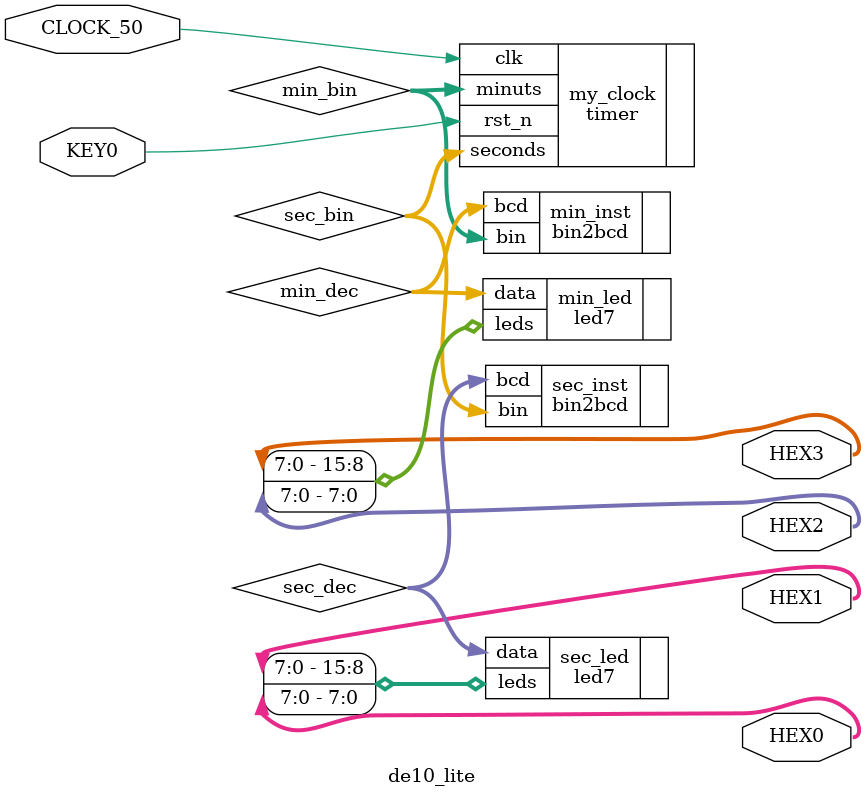
<source format=v>
module de10_lite
(
 input        CLOCK_50,
 input [0:0]  KEY0,
 output [7:0] HEX3,
 output [7:0] HEX2,
 output [7:0] HEX1,
 output [7:0] HEX0
);

  wire [7:0]  sec_bin;
  wire [7:0]  sec_dec;
  wire [7:0]  min_bin;
  wire [7:0]  min_dec;
  
  
  timer #(.ref_clock(50000000))
  my_clock
    (
     .clk     ( CLOCK_50  ),
     .rst_n   ( KEY0    ),
     .seconds ( sec_bin   ),
     .minuts  ( min_bin   )
    );

  // Conversion time to decimal system
  bin2bcd 
    #( .IN_WIDTH (8),
       .DIGITS    (2)
     )
  sec_inst
    (
     .bin(sec_bin),
     .bcd(sec_dec)
     );

  bin2bcd 
    #( .IN_WIDTH (8),
       .DIGITS    (2)
     )
  min_inst
    (
     .bin(min_bin),
     .bcd(min_dec)
     );
  
  // Time on 7segment display
  led7 #(.COUNT(2)) sec_led
    (
     .data ( sec_dec     ),
     .leds ( {HEX1,HEX0} )
    );
  
  led7 #(.COUNT(2)) min_led
    (
     .data ( min_dec     ),
     .leds ( {HEX3,HEX2} )
    );
  
endmodule // de10_lite

</source>
